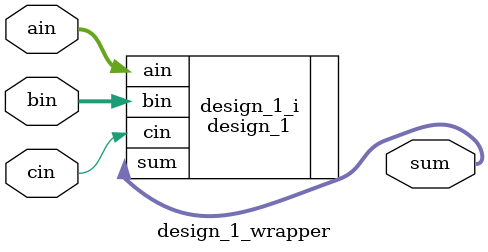
<source format=v>
`timescale 1 ps / 1 ps

module design_1_wrapper
   (ain,
    bin,
    cin,
    sum);
  input [3:0]ain;
  input [3:0]bin;
  input cin;
  output [4:0]sum;

  wire [3:0]ain;
  wire [3:0]bin;
  wire cin;
  wire [4:0]sum;

  design_1 design_1_i
       (.ain(ain),
        .bin(bin),
        .cin(cin),
        .sum(sum));
endmodule

</source>
